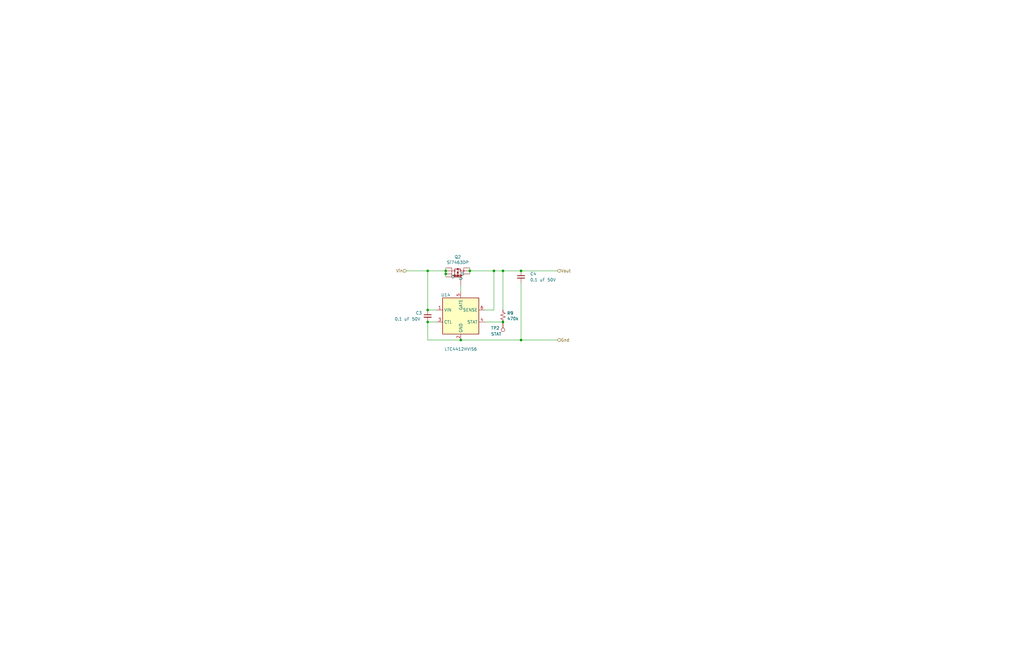
<source format=kicad_sch>
(kicad_sch (version 20211123) (generator eeschema)
  (paper "B")
  (title_block (title "Dual-Mag-Camera-Control") (date "2020-08-24") (rev "A") (company "Guatek"))
  (lib_symbols
    (symbol "Connector:TestPoint" (pin_numbers hide) (pin_names (offset 0.762) hide)
      (property "Reference" "TP" (at 0 6.858 0))
      (property "Value" "TestPoint" (at 0 5.08 0))
      (symbol "TestPoint_0_1"
        (circle (center 0 3.302) (radius 0.762))
      )
      (symbol "TestPoint_1_1"
        (pin passive line (at 0 0 90) (length 2.54) (name "1") (number "1"))
      )
    )
    (symbol "Device:C_Small" (pin_numbers hide) (pin_names (offset 0.254) hide)
      (property "Reference" "C" (at 0.254 1.778 0))
      (property "Value" "C_Small" (at 0.254 -2.032 0))
      (symbol "C_Small_0_1"
        (polyline (pts (xy -1.524 -0.508) (xy 1.524 -0.508)) (stroke (width 0.3302)))
        (polyline (pts (xy -1.524 0.508) (xy 1.524 0.508)) (stroke (width 0.3048)))
      )
      (symbol "C_Small_1_1"
        (pin passive line (at 0 2.54 270) (length 2.032) (name "~") (number "1"))
        (pin passive line (at 0 -2.54 90) (length 2.032) (name "~") (number "2"))
      )
    )
    (symbol "Device:R_Small_US" (pin_numbers hide) (pin_names (offset 0.254) hide)
      (property "Reference" "R" (at 0.762 0.508 0))
      (property "Value" "R_Small_US" (at 0.762 -1.016 0))
      (symbol "R_Small_US_1_1"
        (polyline (pts (xy 0 0) (xy 1.016 -0.381) (xy 0 -0.762) (xy -1.016 -1.143) (xy 0 -1.524)))
        (polyline (pts (xy 0 1.524) (xy 1.016 1.143) (xy 0 0.762) (xy -1.016 0.381) (xy 0 0)))
        (pin passive line (at 0 2.54 270) (length 1.016) (name "~") (number "1"))
        (pin passive line (at 0 -2.54 90) (length 1.016) (name "~") (number "2"))
      )
    )
    (symbol "Dual-Mag-Camera-Control-rescue:Si7463DP-ProjectDevices" (pin_names (offset 1.016))
      (property "Reference" "Q" (at 2.54 0 0))
      (property "Value" "Si7463DP-ProjectDevices" (at 6.35 3.81 0))
      (symbol "Si7463DP-ProjectDevices_1_1"
        (circle (center 0 -1.27) (radius 0.127))
        (circle (center 0 -1.27) (radius 0.127))
        (circle (center 0 -1.27) (radius 0.127))
        (circle (center 0 -1.27) (radius 0.127))
        (polyline (pts (xy -5.08 1.27) (xy -3.81 1.27)))
        (polyline (pts (xy -2.54 1.27) (xy -3.81 1.27)))
        (polyline (pts (xy -1.905 -1.651) (xy -1.905 -1.016)) (stroke (width 0.508)))
        (polyline (pts (xy -1.905 -1.651) (xy -1.905 -1.016)) (stroke (width 0.508)))
        (polyline (pts (xy -1.905 -0.381) (xy -1.905 0.381)) (stroke (width 0.508)))
        (polyline (pts (xy -1.905 -0.381) (xy -1.905 0.381)) (stroke (width 0.508)))
        (polyline (pts (xy -1.905 1.016) (xy -1.905 1.651)) (stroke (width 0.508)))
        (polyline (pts (xy -1.778 -1.27) (xy 0 -1.27)))
        (polyline (pts (xy -1.778 -1.27) (xy 0 -1.27)))
        (polyline (pts (xy -1.778 -1.27) (xy 0 -1.27)))
        (polyline (pts (xy -1.778 -1.27) (xy 0 -1.27)))
        (polyline (pts (xy -1.778 1.27) (xy 0 1.27)))
        (polyline (pts (xy -1.27 -3.81) (xy -1.27 -2.54)))
        (polyline (pts (xy 0 -3.81) (xy 0 -2.54)))
        (polyline (pts (xy 0 1.27) (xy 0 2.54)))
        (polyline (pts (xy 0 2.54) (xy 0 3.81)))
        (polyline (pts (xy 0.381 0.381) (xy 1.143 0.381)))
        (polyline (pts (xy -2.54 -1.524) (xy -2.54 1.524) (xy -2.54 1.524)) (stroke (width 0.254)))
        (polyline (pts (xy -2.54 -1.524) (xy -2.54 1.524) (xy -2.54 1.524)) (stroke (width 0.254)))
        (polyline (pts (xy -1.778 0) (xy 0 0) (xy 0 1.27)))
        (polyline (pts (xy 0 2.54) (xy -1.27 2.54) (xy -1.27 3.81)))
        (polyline (pts (xy 0 2.54) (xy 1.27 2.54) (xy 1.27 3.81)))
        (polyline (pts (xy 1.27 -3.81) (xy 1.27 -2.54) (xy 0 -2.54)))
        (polyline (pts (xy -2.54 -3.81) (xy -2.54 -2.54) (xy 0 -2.54) (xy 0 -1.27)))
        (polyline (pts (xy -0.254 0) (xy -1.016 -0.381) (xy -1.016 0.381) (xy -0.254 0)) (fill (type outline)))
        (polyline (pts (xy 0 1.27) (xy 0.762 1.27) (xy 0.762 -1.27) (xy 0 -1.27)))
        (polyline (pts (xy 0 1.27) (xy 0.762 1.27) (xy 0.762 -1.27) (xy 0 -1.27)))
        (polyline (pts (xy 0 1.27) (xy 0.762 1.27) (xy 0.762 -1.27) (xy 0 -1.27)))
        (polyline (pts (xy 0 1.27) (xy 0.762 1.27) (xy 0.762 -1.27) (xy 0 -1.27)))
        (polyline (pts (xy 0.762 0.381) (xy 0.381 -0.254) (xy 1.143 -0.254) (xy 0.762 0.381)) (fill (type outline)))
        (circle (center 0 1.27) (radius 0.127))
        (circle (center 0 2.54) (radius 0.127))
        (circle (center 0 2.54) (radius 0.127))
        (circle (center 0 2.54) (radius 0.127))
        (circle (center 0 2.54) (radius 0.127))
        (pin power_out line (at -1.27 5.08 270) (length 1.27) (name "S") (number "1"))
        (pin power_out line (at 0 5.08 270) (length 1.27) (name "S") (number "2"))
        (pin power_out line (at 1.27 5.08 270) (length 1.27) (name "S") (number "3"))
        (pin passive line (at -6.35 1.27 0) (length 1.27) (name "G") (number "4"))
        (pin power_in line (at -2.54 -5.08 90) (length 1.27) (name "D") (number "5"))
        (pin power_in line (at -1.27 -5.08 90) (length 1.27) (name "D") (number "5"))
        (pin power_in line (at 0 -5.08 90) (length 1.27) (name "D") (number "5"))
        (pin power_in line (at 1.27 -5.08 90) (length 1.27) (name "D") (number "5"))
      )
    )
    (symbol "Power_Management:LTC4412xS6"
      (property "Reference" "U" (at -6.35 8.89 0))
      (property "Value" "LTC4412xS6" (at 6.35 8.89 0))
      (symbol "LTC4412xS6_0_1"
        (rectangle (start -7.62 7.62) (end 7.62 -7.62) (stroke (width 0.254)) (fill (type background)))
      )
      (symbol "LTC4412xS6_1_1"
        (pin power_in line (at -10.16 2.54 0) (length 2.54) (name "VIN") (number "1"))
        (pin power_in line (at 0 -10.16 90) (length 2.54) (name "GND") (number "2"))
        (pin input line (at -10.16 -2.54 0) (length 2.54) (name "CTL") (number "3"))
        (pin open_collector line (at 10.16 -2.54 180) (length 2.54) (name "STAT") (number "4"))
        (pin output line (at 0 10.16 270) (length 2.54) (name "GATE") (number "5"))
        (pin input line (at 10.16 2.54 180) (length 2.54) (name "SENSE") (number "6"))
      )
    )
  )
  (junction (at 180.34 114.3))
  (junction (at 187.96 114.3))
  (junction (at 212.09 135.89))
  (junction (at 198.12 114.3))
  (junction (at 219.71 143.51))
  (junction (at 212.09 114.3))
  (junction (at 180.34 130.81))
  (junction (at 187.96 115.57))
  (junction (at 194.31 143.51))
  (junction (at 208.28 114.3))
  (junction (at 219.71 114.3))
  (junction (at 180.34 135.89))
  (wire (pts (xy 187.96 114.3) (xy 180.34 114.3)))
  (wire (pts (xy 180.34 143.51) (xy 180.34 135.89)))
  (wire (pts (xy 219.71 114.3) (xy 234.95 114.3)))
  (wire (pts (xy 198.12 114.3) (xy 208.28 114.3)))
  (wire (pts (xy 219.71 143.51) (xy 234.95 143.51)))
  (wire (pts (xy 208.28 130.81) (xy 204.47 130.81)))
  (wire (pts (xy 212.09 114.3) (xy 219.71 114.3)))
  (wire (pts (xy 194.31 143.51) (xy 219.71 143.51)))
  (wire (pts (xy 208.28 114.3) (xy 212.09 114.3)))
  (wire (pts (xy 198.12 113.03) (xy 198.12 114.3)))
  (wire (pts (xy 180.34 114.3) (xy 180.34 130.81)))
  (wire (pts (xy 187.96 115.57) (xy 187.96 116.84)))
  (wire (pts (xy 194.31 143.51) (xy 180.34 143.51)))
  (wire (pts (xy 212.09 135.89) (xy 204.47 135.89)))
  (wire (pts (xy 198.12 114.3) (xy 198.12 115.57)))
  (wire (pts (xy 187.96 113.03) (xy 187.96 114.3)))
  (wire (pts (xy 219.71 119.38) (xy 219.71 143.51)))
  (wire (pts (xy 180.34 114.3) (xy 171.45 114.3)))
  (wire (pts (xy 187.96 114.3) (xy 187.96 115.57)))
  (wire (pts (xy 212.09 130.81) (xy 212.09 114.3)))
  (wire (pts (xy 208.28 114.3) (xy 208.28 130.81)))
  (wire (pts (xy 194.31 120.65) (xy 194.31 123.19)))
  (wire (pts (xy 180.34 135.89) (xy 184.15 135.89)))
  (wire (pts (xy 180.34 130.81) (xy 184.15 130.81)))
  (hierarchical_label "Vout" (shape input) (at 234.95 114.3 0))
  (hierarchical_label "Gnd" (shape input) (at 234.95 143.51 0))
  (hierarchical_label "Vin" (shape input) (at 171.45 114.3 180))
  (symbol (lib_id "Power_Management:LTC4412xS6") (at 194.31 133.35 0)
    (property "Reference" "U14" (at 187.96 124.46 0))
    (property "Value" "LTC4412HVIS6" (at 194.31 147.32 0))
    (property "Footprint" "Package_TO_SOT_SMD:TSOT-23-6" (effects hide))
    (property "Datasheet" "https://www.analog.com/media/en/technical-documentation/data-sheets/4412hvfs.pdf" (effects hide))
    (property "Part Number" "LTC4412HVIS6#TRPBF" (effects hide))
    (property "Supplier" "Digikey" (effects hide))
    (property "Link" "https://www.digikey.com/product-detail/en/linear-technology-analog-devices/LTC4412HVIS6-TRPBF/LTC4412HVIS6-TRPBFCT-ND/4694483" (effects hide))
  )
  (symbol (lib_id "Dual-Mag-Camera-Control-rescue:Si7463DP-ProjectDevices") (at 193.04 114.3 270) (mirror x)
    (property "Reference" "Q2" (at 193.04 108.4326 90))
    (property "Value" "Si7463DP" (at 193.04 110.744 90))
    (property "Footprint" "Package_SO:PowerPAK_SO-8_Single" (effects hide))
    (property "Datasheet" "https://www.vishay.com/docs/72440/si7463dp.pdf" (effects hide))
    (property "Part Number" "SI7463DP-T1-E3CT-ND" (effects hide))
    (property "Supplier" "Digikey" (effects hide))
    (property "Link" "https://www.digikey.com/en/products/detail/vishay-siliconix/SI7463DP-T1-E3/1656627" (effects hide))
  )
  (symbol (lib_id "Device:C_Small") (at 180.34 133.35 0)
    (property "Reference" "C3" (at 175.26 132.08 0) (effects (justify left)))
    (property "Value" "0.1 uF 50V" (at 166.37 134.62 0) (effects (justify left)))
    (property "Footprint" "Capacitor_SMD:C_0603_1608Metric_Pad1.05x0.95mm_HandSolder" (effects hide))
    (property "Datasheet" "https://api.kemet.com/component-edge/download/datasheet/C0603C104M5RACTU.pdf" (effects hide))
    (property "Part Number" "C0603C104M5RACTU" (effects hide))
    (property "Supplier" "Digikey" (effects hide))
    (property "Link" "https://www.digikey.com/product-detail/en/kemet/C0603C104M5RACTU/399-7845-1-ND/3471568" (effects hide))
  )
  (symbol (lib_id "Device:C_Small") (at 219.71 116.84 0)
    (property "Reference" "C4" (at 223.52 115.57 0) (effects (justify left)))
    (property "Value" "0.1 uF 50V" (at 223.52 118.11 0) (effects (justify left)))
    (property "Footprint" "Capacitor_SMD:C_0603_1608Metric_Pad1.05x0.95mm_HandSolder" (effects hide))
    (property "Datasheet" "https://api.kemet.com/component-edge/download/datasheet/C0603C104M5RACTU.pdf" (effects hide))
    (property "Part Number" "C0603C104M5RACTU" (effects hide))
    (property "Supplier" "Digikey" (effects hide))
    (property "Link" "https://www.digikey.com/product-detail/en/kemet/C0603C104M5RACTU/399-7845-1-ND/3471568" (effects hide))
  )
  (symbol (lib_id "Device:R_Small_US") (at 212.09 133.35 0)
    (property "Reference" "R9" (at 213.8172 132.1816 0) (effects (justify left)))
    (property "Value" "470k" (at 213.8172 134.493 0) (effects (justify left)))
    (property "Footprint" "Resistor_SMD:R_0603_1608Metric_Pad1.05x0.95mm_HandSolder" (effects hide))
    (property "Datasheet" "https://www.te.com/commerce/DocumentDelivery/DDEController?Action=srchrtrv&DocNm=1773200&DocType=DS&DocLang=English" (effects hide))
    (property "Part Number" "CPF0603B470KE1" (effects hide))
    (property "Supplier" "Digikey" (effects hide))
    (property "Link" "https://www.digikey.com/product-detail/en/te-connectivity-passive-product/CPF0603B470KE1/A102278CT-ND/2728653" (effects hide))
  )
  (symbol (lib_id "Connector:TestPoint") (at 212.09 135.89 180)
    (property "Reference" "TP2" (at 207.01 138.43 0) (effects (justify right)))
    (property "Value" "STAT" (at 207.01 140.97 0) (effects (justify right)))
  )
)
</source>
